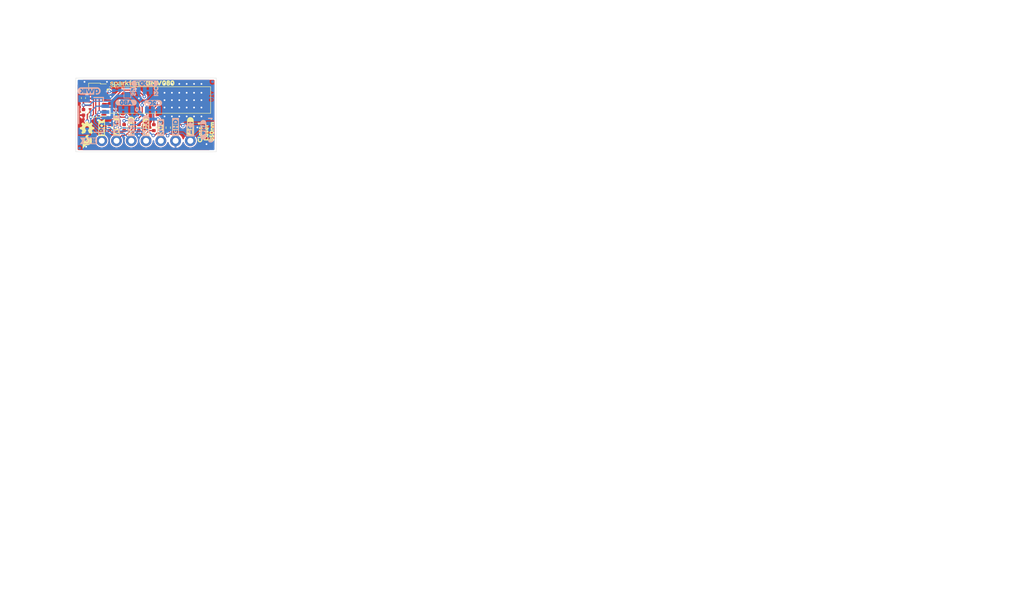
<source format=kicad_pcb>
(kicad_pcb (version 20241229) (generator "pcbnew") (generator_version "9.0")
  (title_block (title "SparkFun Particulate Matter Sensor - BMV080") (date "2024-08-20") (rev "v01") (company "SparkFun Electronics") (comment 1 "Designed by: Pete Lewis"))
  (layers (0 "F.Cu" signal) (2 "B.Cu" signal) (13 "F.Paste" user) (15 "B.Paste" user) (5 "F.SilkS" user "F.Silkscreen") (7 "B.SilkS" user "B.Silkscreen") (1 "F.Mask" user) (3 "B.Mask" user) (25 "Edge.Cuts" user))
  (net 0 "")
  (net 2 "AB0")
  (net 3 "GND")
  (net 4 "Net-(JP1-C)")
  (net 5 "AB1")
  (net 6 "Net-(JP1-A)")
  (net 7 "Net-(JP2-A)")
  (net 8 "SDA")
  (net 9 "SCL")
  (net 10 "3.3V")
  (net 11 "IRQ")
  (net 12 "Net-(JP3-A)")
  (net 13 "Net-(JP4-A)")
  (net 14 "Net-(JP4-B)")
  (footprint "SparkFun-Sensor:BMV080_Outline" (layer "F.Cu") (at 120.45 93.98 90)
    (property "Reference" "REF**")
    (property "Value" "BMV080_Outline")
  )
  (footprint "kibuzzard-66BFC045" (layer "F.Cu") (at 121.268366 98.676168 90)
    (property "Reference" "kibuzzard-66BFC045" (hide yes))
    (property "Value" "G***" (hide yes))
  )
  (footprint "kibuzzard-67250CEE" (layer "F.Cu") (at 139.24 99.49 90)
    (property "Reference" "kibuzzard-67250CEE" (hide yes))
    (property "Value" "G***" (hide yes))
  )
  (footprint "SparkFun-Aesthetic:OSHW_Logo_2.5mm" (layer "F.Cu") (at 118.77 98.82)
    (property "Reference" "Ref**" (hide yes))
    (property "Value" "Val**" (hide yes))
  )
  (footprint "kibuzzard-66BFBF23" (layer "F.Cu") (at 128.867919 98.376168 90)
    (property "Reference" "kibuzzard-66BFBF23" (hide yes))
    (property "Value" "G***" (hide yes))
  )
  (footprint "SparkFun-Resistor:R_0402_1005Metric" (layer "F.Cu") (at 125.14 98.7 90)
    (property "Reference" "R1")
    (property "Value" "10k")
    (pad "1" smd roundrect (at -0.51 0 90) (size 0.54 0.64) (layers "F.Cu" "F.Mask" "F.Paste") (net 10 "3.3V"))
    (pad "2" smd roundrect (at 0.51 0 90) (size 0.54 0.64) (layers "F.Cu" "F.Mask" "F.Paste") (net 6 "Net-(JP1-A)"))
  )
  (footprint "SparkFun-Resistor:R_0402_1005Metric" (layer "F.Cu") (at 122.59 98.69 90)
    (property "Reference" "R2")
    (property "Value" "10k")
    (pad "1" smd roundrect (at -0.51 0 90) (size 0.54 0.64) (layers "F.Cu" "F.Mask" "F.Paste") (net 10 "3.3V"))
    (pad "2" smd roundrect (at 0.51 0 90) (size 0.54 0.64) (layers "F.Cu" "F.Mask" "F.Paste") (net 7 "Net-(JP2-A)"))
  )
  (footprint "kibuzzard-66BFC288" (layer "F.Cu") (at 123.808366 98.396168 90)
    (property "Reference" "kibuzzard-66BFC288" (hide yes))
    (property "Value" "G***" (hide yes))
  )
  (footprint "SparkFun-Resistor:R_0402_1005Metric" (layer "F.Cu") (at 132.72 98.72 90)
    (property "Reference" "R4")
    (property "Value" "10k")
    (pad "1" smd roundrect (at -0.51 0 90) (size 0.54 0.64) (layers "F.Cu" "F.Mask" "F.Paste") (net 10 "3.3V"))
    (pad "2" smd roundrect (at 0.51 0 90) (size 0.54 0.64) (layers "F.Cu" "F.Mask" "F.Paste") (net 12 "Net-(JP3-A)"))
  )
  (footprint "kibuzzard-66BFBF70" (layer "F.Cu") (at 133.97 98.59 90)
    (property "Reference" "kibuzzard-66BFBF70" (hide yes))
    (property "Value" "G***" (hide yes))
  )
  (footprint "kibuzzard-66BFBF9D" (layer "F.Cu") (at 131.411627 98.701674 90)
    (property "Reference" "kibuzzard-66BFBF9D" (hide yes))
    (property "Value" "G***" (hide yes))
  )
  (footprint "SparkFun-Aesthetic:SparkFun_Flame_2.5mm" (layer "F.Cu") (at 118.81 101.15)
    (property "Reference" "G***" (hide yes))
    (property "Value" "Flame" (hide yes))
  )
  (footprint "SparkFun-Connector:FPC_0.3mm-13" (layer "F.Cu") (at 120.45 93.98 90)
    (property "Reference" "U1")
    (property "Value" "BMV080")
    (pad "1" smd roundrect (at 1.8 1.265 90) (size 0.25 0.72) (layers "F.Cu" "F.Mask" "F.Paste") (roundrect_rratio 0.15) (net 10 "3.3V"))
    (pad "2" smd roundrect (at 1.5 -1.165 90) (size 0.25 0.52) (layers "F.Cu" "F.Mask" "F.Paste") (roundrect_rratio 0.15) (net 3 "GND"))
    (pad "3" smd roundrect (at 1.2 1.265 90) (size 0.25 0.72) (layers "F.Cu" "F.Mask" "F.Paste") (roundrect_rratio 0.15) (net 10 "3.3V"))
    (pad "4" smd roundrect (at 0.9 -1.165 90) (size 0.25 0.52) (layers "F.Cu" "F.Mask" "F.Paste") (roundrect_rratio 0.15) (net 5 "AB1"))
    (pad "5" smd roundrect (at 0.6 1.265 90) (size 0.25 0.72) (layers "F.Cu" "F.Mask" "F.Paste") (roundrect_rratio 0.15) (net 8 "SDA"))
    (pad "6" smd roundrect (at 0.3 -1.165 90) (size 0.25 0.52) (layers "F.Cu" "F.Mask" "F.Paste") (roundrect_rratio 0.15) (net 9 "SCL"))
    (pad "7" smd roundrect (at 0 1.265 90) (size 0.25 0.72) (layers "F.Cu" "F.Mask" "F.Paste") (roundrect_rratio 0.15) (net 4 "Net-(JP1-C)"))
    (pad "8" smd roundrect (at -0.3 -1.165 90) (size 0.25 0.52) (layers "F.Cu" "F.Mask" "F.Paste") (roundrect_rratio 0.15) (net 10 "3.3V"))
    (pad "9" smd roundrect (at -0.6 1.265 90) (size 0.25 0.72) (layers "F.Cu" "F.Mask" "F.Paste") (roundrect_rratio 0.15) (net 3 "GND"))
    (pad "10" smd roundrect (at -0.9 -1.165 90) (size 0.25 0.52) (layers "F.Cu" "F.Mask" "F.Paste") (roundrect_rratio 0.15) (net 10 "3.3V"))
    (pad "11" smd roundrect (at -1.2 1.265 90) (size 0.25 0.72) (layers "F.Cu" "F.Mask" "F.Paste") (roundrect_rratio 0.15) (net 2 "AB0"))
    (pad "12" smd roundrect (at -1.5 -1.165 90) (size 0.25 0.52) (layers "F.Cu" "F.Mask" "F.Paste") (roundrect_rratio 0.15) (net 11 "IRQ"))
    (pad "13" smd roundrect (at -1.8 1.265 90) (size 0.25 0.72) (layers "F.Cu" "F.Mask" "F.Paste") (roundrect_rratio 0.15))
    (pad "M1" smd roundrect (at -2.51 1.2 90) (size 0.3 0.85) (layers "F.Cu" "F.Mask" "F.Paste") (roundrect_rratio 0.15))
    (pad "M1" smd roundrect (at 2.51 1.2 90) (size 0.3 0.85) (layers "F.Cu" "F.Mask" "F.Paste") (roundrect_rratio 0.15))
  )
  (footprint "SparkFun-Capacitor:C_0402_1005Metric" (layer "F.Cu") (at 118.14 93.62 90)
    (property "Reference" "C1")
    (property "Value" "2.2uF")
    (pad "1" smd roundrect (at -0.48 0 90) (size 0.56 0.62) (layers "F.Cu" "F.Mask" "F.Paste") (net 10 "3.3V"))
    (pad "2" smd roundrect (at 0.48 0 90) (size 0.56 0.62) (layers "F.Cu" "F.Mask" "F.Paste") (net 3 "GND"))
  )
  (footprint "kibuzzard-66C7A36E" (layer "F.Cu") (at 126.344418 98.482668 90)
    (property "Reference" "kibuzzard-66C7A36E" (hide yes))
    (property "Value" "G***" (hide yes))
  )
  (footprint "SparkFun-Resistor:R_0402_1005Metric" (layer "F.Cu") (at 130.24 98.71 90)
    (property "Reference" "R5")
    (property "Value" "2.2k")
    (pad "1" smd roundrect (at -0.51 0 90) (size 0.54 0.64) (layers "F.Cu" "F.Mask" "F.Paste") (net 8 "SDA"))
    (pad "2" smd roundrect (at 0.51 0 90) (size 0.54 0.64) (layers "F.Cu" "F.Mask" "F.Paste") (net 13 "Net-(JP4-A)"))
  )
  (footprint "SparkFun-Aesthetic:Fiducial_0.5mm_Mask1mm" (layer "F.Cu") (at 140.335 102.235 90)
    (property "Reference" "FID2")
    (property "Value" "Fiducial_0.5mm")
    (pad "" smd circle (at 0 0 90) (size 0.5 0.5) (layers "F.Cu" "F.Mask") (clearance 0.25))
  )
  (footprint "kibuzzard-66BFB450" (layer "F.Cu") (at 131.35 91.03)
    (property "Reference" "kibuzzard-66BFB450" (hide yes))
    (property "Value" "G***" (hide yes))
  )
  (footprint "SparkFun-Aesthetic:SparkFun_Logo_NoFlame_5mm" (layer "F.Cu") (at 125.22 91.13)
    (property "Reference" "G***" (hide yes))
    (property "Value" "LOGO" (hide yes))
  )
  (footprint "SparkFun-Aesthetic:Fiducial_0.5mm_Mask1mm" (layer "F.Cu") (at 117.475 90.805 90)
    (property "Reference" "FID4")
    (property "Value" "Fiducial_0.5mm")
    (pad "" smd circle (at 0 0 90) (size 0.5 0.5) (layers "F.Cu" "F.Mask") (clearance 0.25))
  )
  (footprint "SparkFun-Resistor:R_0402_1005Metric" (layer "F.Cu") (at 127.67 98.71 90)
    (property "Reference" "R3")
    (property "Value" "2.2k")
    (pad "1" smd roundrect (at -0.51 0 90) (size 0.54 0.64) (layers "F.Cu" "F.Mask" "F.Paste") (net 9 "SCL"))
    (pad "2" smd roundrect (at 0.51 0 90) (size 0.54 0.64) (layers "F.Cu" "F.Mask" "F.Paste") (net 14 "Net-(JP4-B)"))
  )
  (footprint "kibuzzard-67250BE2" (layer "F.Cu") (at 136.53 98.53 90)
    (property "Reference" "kibuzzard-67250BE2" (hide yes))
    (property "Value" "G***" (hide yes))
  )
  (footprint "kibuzzard-67250CD2" (layer "F.Cu") (at 138.16 99.54 90)
    (property "Reference" "kibuzzard-67250CD2" (hide yes))
    (property "Value" "G***" (hide yes))
  )
  (footprint "kibuzzard-66C4B81D" (layer "F.Cu") (at 140.2 99.4 90)
    (property "Reference" "kibuzzard-66C4B81D" (hide yes))
    (property "Value" "G***" (hide yes))
  )
  (footprint "SparkFun-Connector:1x07" (layer "F.Cu") (at 121.285 100.965)
    (property "Reference" "J2")
    (property "Value" "Conn_01x07")
    (pad "1" thru_hole circle (at 0 0 90) (size 1.8796 1.8796) (drill 1.016) (layers "*.Cu" "*.Mask") (net 11 "IRQ"))
    (pad "2" thru_hole circle (at 2.54 0 90) (size 1.8796 1.8796) (drill 1.016) (layers "*.Cu" "*.Mask") (net 2 "AB0"))
    (pad "3" thru_hole circle (at 5.08 0 90) (size 1.8796 1.8796) (drill 1.016) (layers "*.Cu" "*.Mask") (net 9 "SCL"))
    (pad "4" thru_hole circle (at 7.62 0 90) (size 1.8796 1.8796) (drill 1.016) (layers "*.Cu" "*.Mask") (net 8 "SDA"))
    (pad "5" thru_hole circle (at 10.16 0 90) (size 1.8796 1.8796) (drill 1.016) (layers "*.Cu" "*.Mask") (net 10 "3.3V"))
    (pad "6" thru_hole circle (at 12.7 0 90) (size 1.8796 1.8796) (drill 1.016) (layers "*.Cu" "*.Mask") (net 3 "GND"))
    (pad "7" thru_hole circle (at 15.24 0 90) (size 1.8796 1.8796) (drill 1.016) (layers "*.Cu" "*.Mask") (net 5 "AB1"))
  )
  (footprint "SparkFun-Capacitor:C_0402_1005Metric" (layer "F.Cu") (at 118.14 96.08 -90)
    (property "Reference" "C2")
    (property "Value" "2.2uF")
    (pad "1" smd roundrect (at -0.48 0 270) (size 0.56 0.62) (layers "F.Cu" "F.Mask" "F.Paste") (net 10 "3.3V"))
    (pad "2" smd roundrect (at 0.48 0 270) (size 0.56 0.62) (layers "F.Cu" "F.Mask" "F.Paste") (net 3 "GND"))
  )
  (footprint "SparkFun-Aesthetic:Creative_Commons_License" (layer "F.Cu") (at 144.78 128.27)
    (property "Reference" "G1" (hide yes))
    (property "Value" "OSHW_Logo" (hide yes))
  )
  (footprint "SparkFun-Connector:JST_SMD_1.0mm-4_RA" (layer "B.Cu") (at 121.92 96.52 90)
    (property "Reference" "J1")
    (property "Value" "Qwiic_RA")
    (pad "1" smd rect (at -1.5 0 90) (size 0.6 1.35) (layers "B.Cu" "B.Mask" "B.Paste") (net 3 "GND"))
    (pad "2" smd rect (at -0.5 0 90) (size 0.6 1.35) (layers "B.Cu" "B.Mask" "B.Paste") (net 10 "3.3V"))
    (pad "3" smd rect (at 0.5 0 90) (size 0.6 1.35) (layers "B.Cu" "B.Mask" "B.Paste") (net 8 "SDA"))
    (pad "4" smd rect (at 1.5 0 90) (size 0.6 1.35) (layers "B.Cu" "B.Mask" "B.Paste") (net 9 "SCL"))
    (pad "NC1" smd rect (at 2.8 -3.675 90) (size 1.2 2) (layers "B.Cu" "B.Mask" "B.Paste"))
    (pad "NC2" smd rect (at -2.8 -3.675 90) (size 1.2 2) (layers "B.Cu" "B.Mask" "B.Paste"))
  )
  (footprint "SparkFun-Capacitor:C_0402_1005Metric" (layer "B.Cu") (at 124.409 91.823 90)
    (property "Reference" "C3")
    (property "Value" "2.2uF")
    (pad "1" smd roundrect (at -0.48 0 90) (size 0.56 0.62) (layers "B.Cu" "B.Mask" "B.Paste") (net 10 "3.3V"))
    (pad "2" smd roundrect (at 0.48 0 90) (size 0.56 0.62) (layers "B.Cu" "B.Mask" "B.Paste") (net 3 "GND"))
  )
  (footprint "kibuzzard-66C3B2DA" (layer "B.Cu") (at 125.48 94.4 180)
    (property "Reference" "kibuzzard-66C3B2DA" (hide yes))
    (property "Value" "G***" (hide yes))
  )
  (footprint "kibuzzard-66BFBF9D" (layer "B.Cu") (at 131.44 98.71 90)
    (property "Reference" "kibuzzard-66BFBF9D" (hide yes))
    (property "Value" "G***" (hide yes))
  )
  (footprint "kibuzzard-66BFC108" (layer "B.Cu") (at 123.81 98.32 90)
    (property "Reference" "kibuzzard-66BFC108" (hide yes))
    (property "Value" "G***" (hide yes))
  )
  (footprint "SparkFun-Jumper:Jumper_3_NC-1_Trace_NoSilk" (layer "B.Cu") (at 139.96 99.03 -90)
    (property "Reference" "JP3")
    (property "Value" "AB1")
    (fp_poly (pts (xy -0.7707 0.15) (xy -0.2707 0.15) (xy -0.2707 -0.15) (xy -0.7707 -0.15)) (fill yes) (layer "B.Cu"))
    (pad "1" smd rect (at -1.0414 0 270) (size 0.6604 1.27) (layers "B.Cu" "B.Mask") (net 12 "Net-(JP3-A)"))
    (pad "2" smd rect (at 0 0 270) (size 0.6604 1.27) (layers "B.Cu" "B.Mask") (net 5 "AB1"))
    (pad "3" smd rect (at 1.0414 0 90) (size 0.6604 1.27) (layers "B.Cu" "B.Mask") (net 3 "GND"))
  )
  (footprint "kibuzzard-66C3B30A" (layer "B.Cu") (at 123.81 95.67 180)
    (property "Reference" "kibuzzard-66C3B30A" (hide yes))
    (property "Value" "G***" (hide yes))
  )
  (footprint "kibuzzard-66C3B30A" (layer "B.Cu") (at 139.95 97.21 90)
    (property "Reference" "kibuzzard-66C3B30A" (hide yes))
    (property "Value" "G***" (hide yes))
  )
  (footprint "kibuzzard-66C77290" (layer "B.Cu") (at 136.5 99 90)
    (property "Reference" "kibuzzard-66C77290" (hide yes))
    (property "Value" "G***" (hide yes))
  )
  (footprint "SparkFun-Jumper:Jumper_3_NC-1_Trace_NoSilk" (layer "B.Cu") (at 125.5 95.65)
    (property "Reference" "JP2")
    (property "Value" "AB0")
    (fp_poly (pts (xy -0.7707 0.15) (xy -0.2707 0.15) (xy -0.2707 -0.15) (xy -0.7707 -0.15)) (fill yes) (layer "B.Cu"))
    (pad "1" smd rect (at -1.0414 0) (size 0.6604 1.27) (layers "B.Cu" "B.Mask") (net 7 "Net-(JP2-A)"))
    (pad "2" smd rect (at 0 0) (size 0.6604 1.27) (layers "B.Cu" "B.Mask") (net 2 "AB0"))
    (pad "3" smd rect (at 1.0414 0 180) (size 0.6604 1.27) (layers "B.Cu" "B.Mask") (net 3 "GND"))
  )
  (footprint "SparkFun-Jumper:Jumper_3_NC-1_Trace_NoSilk" (layer "B.Cu") (at 128.68 92.35 180)
    (property "Reference" "JP1")
    (property "Value" "MODE")
    (fp_poly (pts (xy -0.7707 0.15) (xy -0.2707 0.15) (xy -0.2707 -0.15) (xy -0.7707 -0.15)) (fill yes) (layer "B.Cu"))
    (pad "1" smd rect (at -1.0414 0 180) (size 0.6604 1.27) (layers "B.Cu" "B.Mask") (net 6 "Net-(JP1-A)"))
    (pad "2" smd rect (at 0 0 180) (size 0.6604 1.27) (layers "B.Cu" "B.Mask") (net 4 "Net-(JP1-C)"))
    (pad "3" smd rect (at 1.0414 0) (size 0.6604 1.27) (layers "B.Cu" "B.Mask") (net 3 "GND"))
  )
  (footprint "kibuzzard-66BFBF70" (layer "B.Cu") (at 133.99 98.6 90)
    (property "Reference" "kibuzzard-66BFBF70" (hide yes))
    (property "Value" "G***" (hide yes))
  )
  (footprint "SparkFun-Capacitor:C_0603_1608Metric" (layer "B.Cu") (at 125.684 92.284 90)
    (property "Reference" "C5")
    (property "Value" "10uF")
    (pad "1" smd roundrect (at -0.775 0 90) (size 0.9 0.95) (layers "B.Cu" "B.Mask" "B.Paste") (net 10 "3.3V"))
    (pad "2" smd roundrect (at 0.775 0 90) (size 0.9 0.95) (layers "B.Cu" "B.Mask" "B.Paste") (net 3 "GND"))
  )
  (footprint "SparkFun-Aesthetic:qwiic_4mm" (layer "B.Cu") (at 119.11 92.39 180)
    (property "Reference" "G***" (hide yes))
    (property "Value" "LOGO" (hide yes))
  )
  (footprint "kibuzzard-66C3B3D3" (layer "B.Cu") (at 130.62 92.47 90)
    (property "Reference" "kibuzzard-66C3B3D3" (hide yes))
    (property "Value" "G***" (hide yes))
  )
  (footprint "kibuzzard-66BFC0D2" (layer "B.Cu") (at 128.9 98.32 90)
    (property "Reference" "kibuzzard-66BFC0D2" (hide yes))
    (property "Value" "G***" (hide yes))
  )
  (footprint "SparkFun-Jumper:Jumper_3_NC-2_Trace_NoSilk" (layer "B.Cu") (at 130.09 95.7 180)
    (property "Reference" "JP4")
    (property "Value" "I2C")
    (fp_poly (pts (xy 0.262 0.173) (xy 0.762 0.173) (xy 0.762 -0.127) (xy 0.262 -0.127)) (fill yes) (layer "B.Cu"))
    (fp_poly (pts (xy -0.7707 0.15) (xy -0.2707 0.15) (xy -0.2707 -0.15) (xy -0.7707 -0.15)) (fill yes) (layer "B.Cu"))
    (pad "1" smd rect (at -1.0414 0 180) (size 0.6604 1.27) (layers "B.Cu" "B.Mask") (net 13 "Net-(JP4-A)"))
    (pad "2" smd rect (at 0 0 180) (size 0.6604 1.27) (layers "B.Cu" "B.Mask") (net 10 "3.3V"))
    (pad "3" smd rect (at 1.0414 0) (size 0.6604 1.27) (layers "B.Cu" "B.Mask") (net 14 "Net-(JP4-B)"))
  )
  (footprint "kibuzzard-66BFC2FE" (layer "B.Cu") (at 126.36 98.58 90)
    (property "Reference" "kibuzzard-66BFC2FE" (hide yes))
    (property "Value" "G***" (hide yes))
  )
  (footprint "SparkFun-Aesthetic:Fiducial_0.5mm_Mask1mm" (layer "B.Cu") (at 140.335 90.805 -90)
    (property "Reference" "FID3")
    (property "Value" "Fiducial_0.5mm")
    (pad "" smd circle (at 0 0 270) (size 0.5 0.5) (layers "B.Cu" "B.Mask") (clearance 0.25))
  )
  (footprint "SparkFun-Aesthetic:Fiducial_0.5mm_Mask1mm" (layer "B.Cu") (at 117.475 102.235 -90)
    (property "Reference" "FID1")
    (property "Value" "Fiducial_0.5mm")
    (pad "" smd circle (at 0 0 270) (size 0.5 0.5) (layers "B.Cu" "B.Mask") (clearance 0.25))
  )
  (footprint "kibuzzard-66C3B2FA" (layer "B.Cu") (at 140.02 100.96 -90)
    (property "Reference" "kibuzzard-66C3B2FA" (hide yes))
    (property "Value" "G***" (hide yes))
  )
  (footprint "kibuzzard-66C3B2A1" (layer "B.Cu") (at 128.7 91.09 180)
    (property "Reference" "kibuzzard-66C3B2A1" (hide yes))
    (property "Value" "G***" (hide yes))
  )
  (footprint "SparkFun-Capacitor:C_0402_1005Metric" (layer "B.Cu") (at 123.351 91.826 90)
    (property "Reference" "C4")
    (property "Value" "2.2uF")
    (pad "1" smd roundrect (at -0.48 0 90) (size 0.56 0.62) (layers "B.Cu" "B.Mask" "B.Paste") (net 10 "3.3V"))
    (pad "2" smd roundrect (at 0.48 0 90) (size 0.56 0.62) (layers "B.Cu" "B.Mask" "B.Paste") (net 3 "GND"))
  )
  (footprint "kibuzzard-66C3B369" (layer "B.Cu") (at 130.12 94.46 180)
    (property "Reference" "kibuzzard-66C3B369" (hide yes))
    (property "Value" "G***" (hide yes))
  )
  (footprint "kibuzzard-66C3B3B1" (layer "B.Cu") (at 126.77 92.48 90)
    (property "Reference" "kibuzzard-66C3B3B1" (hide yes))
    (property "Value" "G***" (hide yes))
  )
  (footprint "kibuzzard-66BFC09F" (layer "B.Cu") (at 119 100.98 180)
    (property "Reference" "kibuzzard-66BFC09F" (hide yes))
    (property "Value" "G***" (hide yes))
  )
  (footprint "kibuzzard-66C3B2FA" (layer "B.Cu") (at 127.32 95.59 180)
    (property "Reference" "kibuzzard-66C3B2FA" (hide yes))
    (property "Value" "G***" (hide yes))
  )
  (footprint "kibuzzard-66C3B31E" (layer "B.Cu") (at 138.76 99.08 90)
    (property "Reference" "kibuzzard-66C3B31E" (hide yes))
    (property "Value" "G***" (hide yes))
  )
  (gr_line (start 140.01 96.24) (end 140.01 91.67) (stroke (width 0.1)) (layer "F.SilkS"))
  (gr_line (start 122.63 96.24) (end 140.01 96.24) (stroke (width 0.1)) (layer "F.SilkS"))
  (gr_line (start 140.01 91.67) (end 122.62 91.67) (stroke (width 0.1)) (layer "F.SilkS"))
  (gr_line (start 116.84 90.17) (end 140.97 90.17) (stroke (width 0.05)) (layer "Edge.Cuts"))
  (gr_line (start 140.97 102.87) (end 116.84 102.87) (stroke (width 0.05)) (layer "Edge.Cuts"))
  (gr_line (start 140.97 90.17) (end 140.97 102.87) (stroke (width 0.05)) (layer "Edge.Cuts"))
  (gr_line (start 116.84 102.87) (end 116.84 90.17) (stroke (width 0.05)) (layer "Edge.Cuts"))
  (gr_text "v10" (at 140.17 93.35 90) (layer "B.Cu" knockout) (effects (font (size 0.7 0.7) (thickness 0.175) (bold yes)) (justify mirror)))
  (segment (start 124.76 100.03) (end 123.825 100.965) (width 0.2032) (layer "F.Cu") (net 2))
  (segment (start 122.83 95.18) (end 123.75 96.1) (width 0.2) (layer "F.Cu") (net 2))
  (segment (start 125.495536 96.911) (end 124.561 96.911) (width 0.2032) (layer "F.Cu") (net 2))
  (segment (start 121.715 95.18) (end 122.83 95.18) (width 0.2) (layer "F.Cu") (net 2))
  (segment (start 126.588202 98.851798) (end 125.41 100.03) (width 0.2032) (layer "F.Cu") (net 2))
  (segment (start 125.555298 96.851238) (end 125.495536 96.911) (width 0.2032) (layer "F.Cu") (net 2))
  (segment (start 126.588202 97.884142) (end 126.588202 98.851798) (width 0.2032) (layer "F.Cu") (net 2))
  (segment (start 124.561 96.911) (end 123.75 96.1) (width 0.2032) (layer "F.Cu") (net 2))
  (segment (start 125.41 100.03) (end 124.76 100.03) (width 0.2032) (layer "F.Cu") (net 2))
  (segment (start 125.555298 96.851238) (end 126.588202 97.884142) (width 0.2032) (layer "F.Cu") (net 2))
  (via (at 125.555298 96.851238) (size 0.6) (drill 0.3) (layers "F.Cu" "B.Cu") (net 2))
  (segment (start 125.555298 96.851238) (end 125.5 96.79594) (width 0.2) (layer "B.Cu") (net 2))
  (segment (start 125.5 96.79594) (end 125.5 95.65) (width 0.2) (layer "B.Cu") (net 2))
  (segment (start 119.285 92.48) (end 117.59 92.48) (width 0.2032) (layer "F.Cu") (net 3))
  (segment (start 122.523755 94.58) (end 121.715 94.58) (width 0.2032) (layer "F.Cu") (net 3))
  (segment (start 119.285 92.48) (end 119.997955 92.48) (width 0.2032) (layer "F.Cu") (net 3))
  (segment (start 117.59 92.48) (end 117.49 92.38) (width 0.2032) (layer "F.Cu") (net 3))
  (via (at 134.62 96.774) (size 0.6) (drill 0.3) (layers "F.Cu" "B.Cu") (net 3))
  (via (at 133.35 92.71) (size 0.6) (drill 0.3) (layers "F.Cu" "B.Cu") (net 3))
  (via (at 134.62 93.98) (size 0.6) (drill 0.3) (layers "F.Cu" "B.Cu") (net 3))
  (via (at 127.67 100.09) (size 0.6) (drill 0.3) (layers "F.Cu" "B.Cu") (net 3))
  (via (at 137.16 93.98) (size 0.6) (drill 0.3) (layers "F.Cu" "B.Cu") (net 3))
  (via (at 133.35 93.98) (size 0.6) (drill 0.3) (layers "F.Cu" "B.Cu") (net 3))
  (via (at 132.08 93.98) (size 0.6) (drill 0.3) (layers "F.Cu" "B.Cu") (net 3))
  (via (at 137.16 91.186) (size 0.6) (drill 0.3) (layers "F.Cu" "B.Cu") (net 3))
  (via (at 133.35 96.774) (size 0.6) (drill 0.3) (layers "F.Cu" "B.Cu") (net 3))
  (via (at 122.804 93.3784) (size 0.6) (drill 0.3) (layers "F.Cu" "B.Cu") (net 3))
  (via (at 138.43 96.774) (size 0.6) (drill 0.3) (layers "F.Cu" "B.Cu") (net 3))
  (via (at 135.89 93.98) (size 0.6) (drill 0.3) (layers "F.Cu" "B.Cu") (net 3))
  (via (at 132.08 92.71) (size 0.6) (drill 0.3) (layers "F.Cu" "B.Cu") (net 3))
  (via (at 138.43 92.71) (size 0.6) (drill 0.3) (layers "F.Cu" "B.Cu") (net 3))
  (via (at 122.18 90.83) (size 0.6) (drill 0.3) (layers "F.Cu" "B.Cu") (net 3))
  (via (at 138.43 91.186) (size 0.6) (drill 0.3) (layers "F.Cu" "B.Cu") (net 3))
  (via (at 133.35 91.186) (size 0.6) (drill 0.3) (layers "F.Cu" "B.Cu") (net 3))
  (via (at 132.08 95.25) (size 0.6) (drill 0.3) (layers "F.Cu" "B.Cu") (net 3))
  (via (at 134.62 95.25) (size 0.6) (drill 0.3) (layers "F.Cu" "B.Cu") (net 3))
  (via (at 137.16 92.71) (size 0.6) (drill 0.3) (layers "F.Cu" "B.Cu") (net 3))
  (via (at 135.89 91.186) (size 0.6) (drill 0.3) (layers "F.Cu" "B.Cu") (net 3))
  (via (at 118.32 90.83) (size 0.6) (drill 0.3) (layers "F.Cu" "B.Cu") (net 3))
  (via (at 139.3 101.55) (size 0.6) (drill 0.3) (layers "F.Cu" "B.Cu") (net 3))
  (via (at 133.35 95.25) (size 0.6) (drill 0.3) (layers "F.Cu" "B.Cu") (net 3))
  (via (at 134.62 91.186) (size 0.6) (drill 0.3) (layers "F.Cu" "B.Cu") (net 3))
  (via (at 137.732 98.669) (size 0.6) (drill 0.3) (layers "F.Cu" "B.Cu") (net 3))
  (via (at 138.43 95.25) (size 0.6) (drill 0.3) (layers "F.Cu" "B.Cu") (net 3))
  (via (at 138.43 93.98) (size 0.6) (drill 0.3) (layers "F.Cu" "B.Cu") (net 3))
  (via (at 132.08 91.186) (size 0.6) (drill 0.3) (layers "F.Cu" "B.Cu") (net 3))
  (via (at 120.623397 97.439136) (size 0.6) (drill 0.3) (layers "F.Cu" "B.Cu") (net 3))
  (via (at 124.367 94.02) (size 0.6) (drill 0.3) (layers "F.Cu" "B.Cu") (net 3))
  (via (at 132.08 96.774) (size 0.6) (drill 0.3) (layers "F.Cu" "B.Cu") (net 3))
  (via (at 137.16 95.25) (size 0.6) (drill 0.3) (layers "F.Cu" "B.Cu") (net 3))
  (via (at 137.16 96.774) (size 0.6) (drill 0.3) (layers "F.Cu" "B.Cu") (net 3))
  (via (at 118.6 101.99) (size 0.6) (drill 0.3) (layers "F.Cu" "B.Cu") (net 3))
  (via (at 135.89 95.25) (size 0.6) (drill 0.3) (layers "F.Cu" "B.Cu") (net 3))
  (via (at 127.68 93.67) (size 0.6) (drill 0.3) (layers "F.Cu" "B.Cu") (net 3))
  (via (at 134.62 92.71) (size 0.6) (drill 0.3) (layers "F.Cu" "B.Cu") (net 3))
  (via (at 135.89 92.71) (size 0.6) (drill 0.3) (layers "F.Cu" "B.Cu") (net 3))
  (via (at 135.89 96.774) (size 0.6) (drill 0.3) (layers "F.Cu" "B.Cu") (net 3))
  (via (at 123.32 97.59) (size 0.6) (drill 0.3) (layers "F.Cu" "B.Cu") (net 3))
  (segment (start 126.3 90.87) (end 126.02 90.59) (width 0.2032) (layer "B.Cu") (net 3))
  (segment (start 126.02 90.59) (end 124.33 90.59) (width 0.2032) (layer "B.Cu") (net 3))
  (segment (start 128.615657 93.363102) (end 127.502555 92.25) (width 0.2032) (layer "F.Cu") (net 4))
  (segment (start 124.792 92.25) (end 123.062 93.98) (width 0.2032) (layer "F.Cu") (net 4))
  (segment (start 123.062 93.98) (end 121.715 93.98) (width 0.2032) (layer "F.Cu") (net 4))
  (segment (start 127.502555 92.25) (end 124.792 92.25) (width 0.2032) (layer "F.Cu") (net 4))
  (via (at 128.615657 93.363102) (size 0.6) (drill 0.3) (layers "F.Cu" "B.Cu") (net 4))
  (segment (start 128.615657 93.363102) (end 128.63 93.348759) (width 0.2032) (layer "B.Cu") (net 4))
  (segment (start 128.63 93.348759) (end 128.63 92.35) (width 0.2032) (layer "B.Cu") (net 4))
  (segment (start 120.9956 96.9416) (end 123.9416 96.9416) (width 0.2032) (layer "F.Cu") (net 5))
  (segment (start 132.15 99.63) (end 132.61 100.09) (width 0.2032) (layer "F.Cu") (net 5))
  (segment (start 124.433067 97.433067) (end 124.433067 98.69) (width 0.2032) (layer "F.Cu") (net 5))
  (segment (start 120.690538 96.636538) (end 120.9956 96.9416) (width 0.2032) (layer "F.Cu") (net 5))
  (segment (start 123.9416 96.9416) (end 124.433067 97.433067) (width 0.2032) (layer "F.Cu") (net 5))
  (segment (start 119.285 93.08) (end 119.62021 93.08) (width 0.2032) (layer "F.Cu") (net 5))
  (segment (start 130.83 99.63) (end 132.15 99.63) (width 0.2032) (layer "F.Cu") (net 5))
  (segment (start 119.62021 93.08) (end 120.2498 93.70959) (width 0.2032) (layer "F.Cu") (net 5))
  (segment (start 120.602209 96.636538) (end 120.690538 96.636538) (width 0.2032) (layer "F.Cu") (net 5))
  (segment (start 130.15 100.05) (end 130.41 100.05) (width 0.2032) (layer "F.Cu") (net 5))
  (segment (start 120.2498 93.70959) (end 120.2498 96.284129) (width 0.2032) (layer "F.Cu") (net 5))
  (segment (start 120.2498 96.284129) (end 120.602209 96.636538) (width 0.2032) (layer "F.Cu") (net 5))
  (segment (start 130.41 100.05) (end 130.83 99.63) (width 0.2032) (layer "F.Cu") (net 5))
  (via (at 132.61 100.09) (size 0.6) (drill 0.3) (layers "F.Cu" "B.Cu") (net 5))
  (via (at 130.15 100.05) (size 0.6) (drill 0.3) (layers "F.Cu" "B.Cu") (net 5))
  (via (at 124.433067 98.69) (size 0.6) (drill 0.3) (layers "F.Cu" "B.Cu") (net 5))
  (segment (start 136.525 100.965) (end 138.46 99.03) (width 0.2032) (layer "B.Cu") (net 5))
  (segment (start 135.22 99.66) (end 136.525 100.965) (width 0.2032) (layer "B.Cu") (net 5))
  (segment (start 132.61 100.09) (end 133.04 99.66) (width 0.2032) (layer "B.Cu") (net 5))
  (segment (start 130.04 100.05) (end 130.15 100.05) (width 0.2032) (layer "B.Cu") (net 5))
  (segment (start 125.450809 98.7816) (end 128.7716 98.7816) (width 0.2032) (layer "B.Cu") (net 5))
  (segment (start 125.422417 98.753208) (end 125.450809 98.7816) (width 0.2032) (layer "B.Cu") (net 5))
  (segment (start 124.433067 98.69) (end 124.496275 98.753208) (width 0.2032) (layer "B.Cu") (net 5))
  (segment (start 128.7716 98.7816) (end 129.78 99.79) (width 0.2032) (layer "B.Cu") (net 5))
  (segment (start 138.46 99.03) (end 139.96 99.03) (width 0.2032) (layer "B.Cu") (net 5))
  (segment (start 129.78 99.79) (end 130.04 100.05) (width 0.2032) (layer "B.Cu") (net 5))
  (segment (start 124.496275 98.753208) (end 125.422417 98.753208) (width 0.2032) (layer "B.Cu") (net 5))
  (segment (start 133.04 99.66) (end 135.22 99.66) (width 0.2032) (layer "B.Cu") (net 5))
  (segment (start 128.242 94.817851) (end 128.242 96.485) (width 0.2032) (layer "F.Cu") (net 6))
  (segment (start 125.14 97.535) (end 125.14 98.19) (width 0.2) (layer "F.Cu") (net 6))
  (segment (start 128.242 96.485) (end 127.447 97.28) (width 0.2032) (layer "F.Cu") (net 6))
  (segment (start 127.447 97.28) (end 127.44 97.28) (width 0.2032) (layer "F.Cu") (net 6))
  (segment (start 128.23779 94.813641) (end 128.242 94.817851) (width 0.2032) (layer "F.Cu") (net 6))
  (via (at 125.14 97.535) (size 0.6) (drill 0.3) (layers "F.Cu" "B.Cu") (net 6))
  (via (at 128.23779 94.813641) (size 0.6) (drill 0.3) (layers "F.Cu" "B.Cu") (net 6))
  (via (at 127.44 97.28) (size 0.6) (drill 0.3) (layers "F.Cu" "B.Cu") (net 6))
  (segment (start 128.406 94.21) (end 128.61955 94.21) (width 0.2032) (layer "B.Cu") (net 6))
  (segment (start 125.14 97.535) (end 125.185 97.49) (width 0.2) (layer "B.Cu") (net 6))
  (segment (start 127.44 97.28) (end 127.23 97.49) (width 0.2032) (layer "B.Cu") (net 6))
  (segment (start 128.61955 94.21) (end 129.6714 93.15815) (width 0.2032) (layer "B.Cu") (net 6))
  (segment (start 129.6714 93.15815) (end 129.6714 92.35) (width 0.2032) (layer "B.Cu") (net 6))
  (segment (start 128.23779 94.813641) (end 128.23779 94.37821) (width 0.2032) (layer "B.Cu") (net 6))
  (segment (start 125.185 97.49) (end 126.682052 97.49) (width 0.2) (layer "B.Cu") (net 6))
  (segment (start 127.23 97.49) (end 126.682052 97.49) (width 0.2032) (layer "B.Cu") (net 6))
  (segment (start 128.23779 94.37821) (end 128.406 94.21) (width 0.2032) (layer "B.Cu") (net 6))
  (segment (start 122.59 98.18) (end 123.123064 98.18) (width 0.2) (layer "F.Cu") (net 7))
  (segment (start 123.123064 98.18) (end 123.633064 98.69) (width 0.2) (layer "F.Cu") (net 7))
  (via (at 123.633064 98.69) (size 0.6) (drill 0.3) (layers "F.Cu" "B.Cu") (net 7))
  (segment (start 123.633064 98.639212) (end 124.3486 97.923676) (width 0.2032) (layer "B.Cu") (net 7))
  (segment (start 123.633064 98.69) (end 123.633064 98.639212) (width 0.2032) (layer "B.Cu") (net 7))
  (segment (start 124.3486 97.923676) (end 124.3486 95.71) (width 0.2032) (layer "B.Cu") (net 7))
  (segment (start 128.905 99.745) (end 129.43 99.22) (width 0.2) (layer "F.Cu") (net 8))
  (segment (start 128.905 100.965) (end 128.905 99.745) (width 0.2) (layer "F.Cu") (net 8))
  (segment (start 121.111 93.38) (end 121.715 93.38) (width 0.2) (layer "F.Cu") (net 8))
  (segment (start 120.8514 96.034938) (end 120.8514 93.6396) (width 0.2) (layer "F.Cu") (net 8))
  (segment (start 129.43 99.22) (end 130.24 99.22) (width 0.2) (layer "F.Cu") (net 8))
  (segment (start 120.8514 93.6396) (end 121.111 93.38) (width 0.2) (layer "F.Cu") (net 8))
  (via (at 120.8514 96.034938) (size 0.6) (drill 0.3) (layers "F.Cu" "B.Cu") (net 8))
  (segment (start 120.8514 96.034938) (end 120.866338 96.02) (width 0.2) (layer "B.Cu") (net 8))
  (segment (start 120.02 97.79) (end 120.91 98.68) (width 0.2) (layer "B.Cu") (net 8))
  (segment (start 120.837062 96.034938) (end 120.02 96.852) (width 0.2) (layer "B.Cu") (net 8))
  (segment (start 122.66 98.68) (end 123.27 99.29) (width 0.2) (layer "B.Cu") (net 8))
  (segment (start 120.02 96.852) (end 120.02 97.79) (width 0.2) (layer "B.Cu") (net 8))
  (segment (start 120.866338 96.02) (end 121.92 96.02) (width 0.2) (layer "B.Cu") (net 8))
  (segment (start 128.905 100.185) (end 128.905 100.965) (width 0.2) (layer "B.Cu") (net 8))
  (segment (start 120.91 98.68) (end 122.66 98.68) (width 0.2) (layer "B.Cu") (net 8))
  (segment (start 120.8514 96.034938) (end 120.837062 96.034938) (width 0.2) (layer "B.Cu") (net 8))
  (segment (start 128.01 99.29) (end 128.905 100.185) (width 0.2) (layer "B.Cu") (net 8))
  (segment (start 123.27 99.29) (end 128.01 99.29) (width 0.2) (layer "B.Cu") (net 8))
  (segment (start 126.365 100.965) (end 126.365 100.485) (width 0.2) (layer "F.Cu") (net 9))
  (segment (start 119.8466 96.445) (end 119.8466 93.8766) (width 0.2032) (layer "F.Cu") (net 9))
  (segment (start 127.63 99.22) (end 127.67 99.22) (width 0.2) (layer "F.Cu") (net 9))
  (segment (start 126.365 100.485) (end 127.63 99.22) (width 0.2) (layer "F.Cu") (net 9))
  (segment (start 119.8466 93.8766) (end 119.65 93.68) (width 0.2032) (layer "F.Cu") (net 9))
  (segment (start 119.65 93.68) (end 119.285 93.68) (width 0.2032) (layer "F.Cu") (net 9))
  (segment (start 119.4016 96.89) (end 119.8466 96.445) (width 0.2032) (layer "F.Cu") (net 9))
  (via (at 119.4016 96.89) (size 0.6) (drill 0.3) (layers "F.Cu" "B.Cu") (net 9))
  (segment (start 122.4316 99.0816) (end 120.743652 99.0816) (width 0.2032) (layer "B.Cu") (net 9))
  (segment (start 126.365 100.965) (end 125.10613 99.70613) (width 0.2032) (layer "B.Cu") (net 9))
  (segment (start 120.33 95.02) (end 121.92 95.02) (width 0.2) (layer "B.Cu") (net 9))
  (segment (start 120.743652 99.0816) (end 119.4016 97.739548) (width 0.2032) (layer "B.Cu") (net 9))
  (segment (start 123.05613 99.70613) (end 122.4316 99.0816) (width 0.2032) (layer "B.Cu") (net 9))
  (segment (start 119.4016 97.739548) (end 119.4016 96.89) (width 0.2032) (layer "B.Cu") (net 9))
  (segment (start 125.10613 99.70613) (end 123.05613 99.70613) (width 0.2032) (layer "B.Cu") (net 9))
  (segment (start 119.4016 96.89) (end 119.4016 95.9484) (width 0.2) (layer "B.Cu") (net 9))
  (segment (start 119.4016 95.9484) (end 120.33 95.02) (width 0.2) (layer "B.Cu") (net 9))
  (segment (start 122.59 99.2) (end 122.86 99.47) (width 0.2) (layer "F.Cu") (net 10))
  (segment (start 125.986602 98.88545) (end 125.986602 98.18) (width 0.2) (layer "F.Cu") (net 10))
  (segment (start 118.14 94.820002) (end 118.14 94.1) (width 0.2) (layer "F.Cu") (net 10))
  (segment (start 118.14 95.6) (end 118.14 94.820002) (width 0.2) (layer "F.Cu") (net 10))
  (segment (start 125.662052 99.21) (end 125.986602 98.88545) (width 0.2) (layer "F.Cu") (net 10))
  (segment (start 132.316348 99.2284) (end 132.317948 99.23) (width 0.2) (layer "F.Cu") (net 10))
  (segment (start 118.32 94.28) (end 118.14 94.1) (width 0.2) (layer "F.Cu") (net 10))
  (segment (start 130.94 98.69) (end 131.4784 99.2284) (width 0.2) (layer "F.Cu") (net 10))
  (segment (start 119.285 94.88) (end 118.32 94.88) (width 0.2) (layer "F.Cu") (net 10))
  (segment (start 122.301724 92.18) (end 121.715 92.18) (width 0.2032) (layer "F.Cu") (net 10))
  (segment (start 130.94 97.23) (end 130.94 98.69) (width 0.2) (layer "F.Cu") (net 10))
  (segment (start 122.296276 92.78) (end 121.715 92.78) (width 0.2032) (layer "F.Cu") (net 10))
  (segment (start 122.599 92.477276) (end 122.301724 92.18) (width 0.2032) (layer "F.Cu") (net 10))
  (segment (start 122.86 99.47) (end 124.88 99.47) (width 0.2) (layer "F.Cu") (net 10))
  (segment (start 122.599 92.477276) (end 122.296276 92.78) (width 0.2032) (layer "F.Cu") (net 10))
  (segment (start 119.285 94.28) (end 118.32 94.28) (width 0.2) (layer "F.Cu") (net 10))
  (segment (start 118.32 94.88) (end 118.14 95.06) (width 0.2) (layer "F.Cu") (net 10))
  (segment (start 131.4784 99.2284) (end 132.316348 99.2284) (width 0.2) (layer "F.Cu") (net 10))
  (segment (start 132.317948 99.23) (end 132.72 99.23) (width 0.2) (layer "F.Cu") (net 10))
  (segment (start 125.14 99.21) (end 125.662052 99.21) (width 0.2) (layer "F.Cu") (net 10))
  (segment (start 118.14 94.1) (end 118.14 95.06) (width 0.2) (layer "F.Cu") (net 10))
  (segment (start 124.88 99.47) (end 125.14 99.21) (width 0.2) (layer "F.Cu") (net 10))
  (via (at 125.986602 98.18) (size 0.6) (drill 0.3) (layers "F.Cu" "B.Cu") (net 10))
  (via (at 118.14 94.820002) (size 0.6) (drill 0.3) (layers "F.Cu" "B.Cu") (net 10))
  (via (at 130.94 97.23) (size 0.6) (drill 0.3) (layers "F.Cu" "B.Cu") (net 10))
  (via (at 122.599 92.477276) (size 0.6) (drill 0.3) (layers "F.Cu" "B.Cu") (net 10))
  (segment (start 128.519 97.051791) (end 128.519 96.789) (width 0.2032) (layer "B.Cu") (net 10))
  (segment (start 130.158 97.244) (end 130.926 97.244) (width 0.508) (layer "B.Cu") (net 10))
  (segment (start 130.155 97.241) (end 130.158 97.244) (width 0.508) (layer "B.Cu") (net 10))
  (segment (start 123.27 93.98) (end 123.049 94.201) (width 0.508) (layer "B.Cu") (net 10))
  (segment (start 119.87 94.16) (end 123.09 94.16) (width 0.2) (layer "B.Cu") (net 10))
  (segment (start 130.152 97.244) (end 128.974 97.244) (width 0.508) (layer "B.Cu") (net 10))
  (segment (start 123.09 94.16) (end 123.27 93.98) (width 0.2) (layer "B.Cu") (net 10))
  (segment (start 125.684 93.034) (end 125.684 93.059) (width 0.2032) (layer "B.Cu") (net 10))
  (segment (start 123.049 96.771) (end 122.8 97.02) (width 0.508) (layer "B.Cu") (net 10))
  (segment (start 127.43 94.53) (end 127.43 95.7) (width 0.508) (layer "B.Cu") (net 10))
  (segment (start 127.390791 98.18) (end 128.519 97.051791) (width 0.2032) (layer "B.Cu") (net 10))
  (segment (start 125.959 93.059) (end 127.43 94.53) (width 0.508) (layer "B.Cu") (net 10))
  (segment (start 125.242 93.059) (end 125.198 93.103) (width 0.2032) (layer "B.Cu") (net 10))
  (segment (start 125.477 93.266) (end 123.984 93.266) (width 0.508) (layer "B.Cu") (net 10))
  (segment (start 125.986602 98.18) (end 127.390791 98.18) (width 0.2032) (layer "B.Cu") (net 10))
  (segment (start 123.179724 92.477276) (end 123.351 92.306) (width 0.2032) (layer "B.Cu") (net 10))
  (segment (start 131.445 97.735) (end 130.94 97.23) (width 0.508) (layer "B.Cu") (net 10))
  (segment (start 123.984 93.266) (end 123.27 93.98) (width 0.508) (layer "B.Cu") (net 10))
  (segment (start 119.209998 94.820002) (end 119.87 94.16) (width 0.2) (layer "B.Cu") (net 10))
  (segment (start 131.445 100.965) (end 131.445 97.735) (width 0.508) (layer "B.Cu") (net 10))
  (segment (start 123.351 92.306) (end 124.956 92.306) (width 0.2032) (layer "B.Cu") (net 10))
  (segment (start 118.14 94.820002) (end 119.209998 94.820002) (width 0.2) (layer "B.Cu") (net 10))
  (segment (start 130.155 97.241) (end 130.152 97.244) (width 0.508) (layer "B.Cu") (net 10))
  (segment (start 122.599 92.477276) (end 123.179724 92.477276) (width 0.2032) (layer "B.Cu") (net 10))
  (segment (start 122.8 97.02) (end 121.92 97.02) (width 0.508) (layer "B.Cu") (net 10))
  (segment (start 130.09 97.176) (end 130.09 95.7) (width 0.2) (layer "B.Cu") (net 10))
  (segment (start 128.974 97.244) (end 128.519 96.789) (width 0.508) (layer "B.Cu") (net 10))
  (segment (start 125.684 93.059) (end 125.959 93.059) (width 0.508) (layer "B.Cu") (net 10))
  (segment (start 125.684 93.059) (end 125.242 93.059) (width 0.2032) (layer "B.Cu") (net 10))
  (segment (start 127.43 95.7) (end 128.519 96.789) (width 0.508) (layer "B.Cu") (net 10))
  (segment (start 125.684 93.059) (end 125.477 93.266) (width 0.508) (layer "B.Cu") (net 10))
  (segment (start 124.956 92.306) (end 125.684 93.034) (width 0.2032) (layer "B.Cu") (net 10))
  (segment (start 123.049 94.201) (end 123.049 96.771) (width 0.508) (layer "B.Cu") (net 10))
  (segment (start 130.926 97.244) (end 130.94 97.23) (width 0.508) (layer "B.Cu") (net 10))
  (segment (start 130.155 97.241) (end 130.09 97.176) (width 0.2) (layer "B.Cu") (net 10))
  (segment (start 119.285 95.975) (end 118.8 96.46) (width 0.2032) (layer "F.Cu") (net 11))
  (segment (start 118.8 96.46) (end 118.8 97.59) (width 0.2032) (layer "F.Cu") (net 11))
  (segment (start 119.285 95.48) (end 119.285 95.975) (width 0.2032) (layer "F.Cu") (net 11))
  (via (at 118.8 97.59) (size 0.6) (drill 0.3) (layers "F.Cu" "B.Cu") (net 11))
  (segment (start 121.285 100.193158) (end 121.285 100.965) (width 0.2032) (layer "B.Cu") (net 11))
  (segment (start 118.8 97.59) (end 118.8 97.708158) (width 0.2032) (layer "B.Cu") (net 11))
  (segment (start 118.8 97.708158) (end 121.285 100.193158) (width 0.2032) (layer "B.Cu") (net 11))
  (segment (start 135.08 98.21) (end 135.23 98.36) (width 0.2) (layer "F.Cu") (net 12))
  (segment (start 132.72 98.21) (end 135.08 98.21) (width 0.2) (layer "F.Cu") (net 12))
  (via (at 135.23 98.36) (size 0.6) (drill 0.3) (layers "F.Cu" "B.Cu") (net 12))
  (segment (start 135.6307 97.9593) (end 139.96 97.9593) (width 0.2) (layer "B.Cu") (net 12))
  (segment (start 135.23 98.36) (end 135.6307 97.9593) (width 0.2) (layer "B.Cu") (net 12))
  (segment (start 130.24 95.36) (end 131.11 94.49) (width 0.2) (layer "F.Cu") (net 13))
  (segment (start 130.24 98.2) (end 130.24 95.36) (width 0.2) (layer "F.Cu") (net 13))
  (via (at 131.11 94.49) (size 0.6) (drill 0.3) (layers "F.Cu" "B.Cu") (net 13))
  (segment (start 131.11 94.49) (end 131.11 95.6786) (width 0.2) (layer "B.Cu") (net 13))
  (segment (start 131.11 95.6786) (end 131.1314 95.7) (width 0.2) (layer "B.Cu") (net 13))
  (segment (start 129.03 94.67125) (end 129.03 96.84) (width 0.2) (layer "F.Cu") (net 14))
  (segment (start 129.03 96.84) (end 127.67 98.2) (width 0.2) (layer "F.Cu") (net 14))
  (segment (start 129.023889 94.665139) (end 129.03 94.67125) (width 0.2) (layer "F.Cu") (net 14))
  (via (at 129.023889 94.665139) (size 0.6) (drill 0.3) (layers "F.Cu" "B.Cu") (net 14))
  (segment (start 129.0486 94.68985) (end 129.0486 95.7) (width 0.2) (layer "B.Cu") (net 14))
  (segment (start 129.023889 94.665139) (end 129.0486 94.68985) (width 0.2) (layer "B.Cu") (net 14))
  (zone (net 3) (net_name "GND") (layers "F.Cu" "B.Cu") (name "GND") (connect_pads (clearance 0.2032)) (min_thickness 0.254) (fill yes (thermal_gap 0.3048) (thermal_bridge_width 0.3048))
    (polygon (pts (xy 116.84 102.87) (xy 116.84 90.17) (xy 140.97 90.17) (xy 140.97 102.87)))
  )
)
</source>
